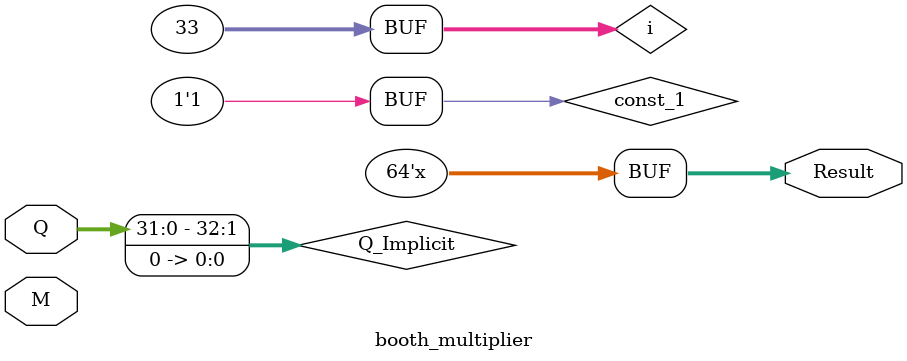
<source format=v>
module booth_multiplier (
    input [31:0] M,         
    input [31:0] Q,        
    output reg [63:0] Result
);

    integer i;
    reg [32:0] M_2;
	 reg [32:0] M_Neg2;
    reg [31:0] M_Neg1;
	 reg [63:0] temp;
	 	 
	 assign const_1 = 1'b1;
    wire [32:0] Q_Implicit;
    assign Q_Implicit = Q<<1;	 
	 
	 shiftLeft shiftMX2 (.M(A), .const_1(B), .M_2(Result));
	 shiftLeft shiftXNeg2 (.M(A), .const_1(B), .M_Neg2(Result));

	TwoCom twoComNeg1(.M_Neg1(A_twoCom), .M_Neg1(Result_twoCom));
	TwoCom twoComNeg2(.M_Neg2(A_twoCom), .M_Neg2(Result_twoCom));

    always @(M or Q)
	 begin       
        for (i = 1; i < 32; i = i + 2)
		  begin
				if(Q_Implicit[i+1]==1&&Q_Implicit[i]==0&&Q_Implicit[i-1]==0)
				begin
					//Case -2
					temp<=M_Neg2<<i;
					Result<=temp+Result;
				end
				else if(Q_Implicit[i+1]==0&&Q_Implicit[i]==0&&Q_Implicit[i-1]==1||Q_Implicit[i+1]==0&&Q_Implicit[i]==1&&Q_Implicit[i-1]==0)
				begin
					//Case 1
					temp<=M<<i;
					Result<=temp+Result;
				end
				else if(Q_Implicit[i+1]==1&&Q_Implicit[i]==0&&Q_Implicit[i-1]==1||Q_Implicit[i+1]==1&&Q_Implicit[i]==1&&Q_Implicit[i-1]==0)
				begin
					//Case -1
					temp<=M_Neg1<<i;
					Result<=temp+Result;
				end
				else if(Q_Implicit[i+1]==0&&Q_Implicit[i]==1&&Q_Implicit[i-1]==1)
				begin
					//Case +2
					temp<=M_2<<i;
					Result<=temp+Result;
				end
				else 
				begin
					//Case 0
				end
		  
        end
    end
	 
endmodule

</source>
